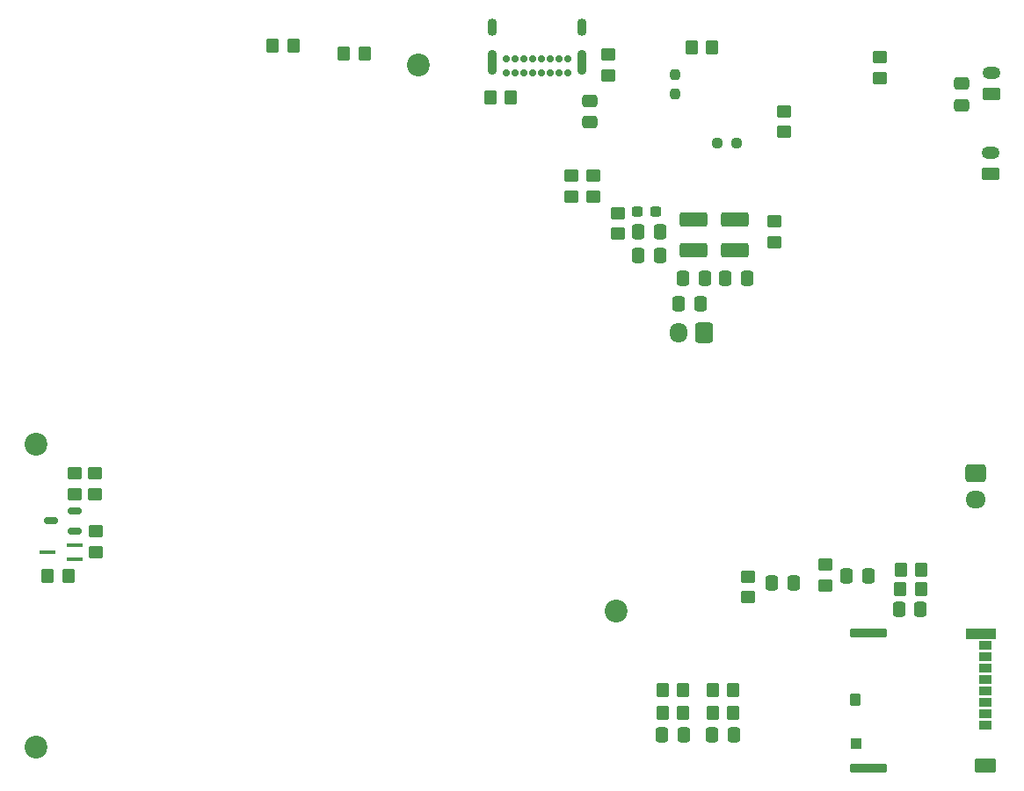
<source format=gbs>
G04 #@! TF.GenerationSoftware,KiCad,Pcbnew,7.0.7*
G04 #@! TF.CreationDate,2023-10-14T22:43:34-04:00*
G04 #@! TF.ProjectId,boardlock,626f6172-646c-46f6-936b-2e6b69636164,rev?*
G04 #@! TF.SameCoordinates,Original*
G04 #@! TF.FileFunction,Soldermask,Bot*
G04 #@! TF.FilePolarity,Negative*
%FSLAX46Y46*%
G04 Gerber Fmt 4.6, Leading zero omitted, Abs format (unit mm)*
G04 Created by KiCad (PCBNEW 7.0.7) date 2023-10-14 22:43:34*
%MOMM*%
%LPD*%
G01*
G04 APERTURE LIST*
G04 Aperture macros list*
%AMRoundRect*
0 Rectangle with rounded corners*
0 $1 Rounding radius*
0 $2 $3 $4 $5 $6 $7 $8 $9 X,Y pos of 4 corners*
0 Add a 4 corners polygon primitive as box body*
4,1,4,$2,$3,$4,$5,$6,$7,$8,$9,$2,$3,0*
0 Add four circle primitives for the rounded corners*
1,1,$1+$1,$2,$3*
1,1,$1+$1,$4,$5*
1,1,$1+$1,$6,$7*
1,1,$1+$1,$8,$9*
0 Add four rect primitives between the rounded corners*
20,1,$1+$1,$2,$3,$4,$5,0*
20,1,$1+$1,$4,$5,$6,$7,0*
20,1,$1+$1,$6,$7,$8,$9,0*
20,1,$1+$1,$8,$9,$2,$3,0*%
G04 Aperture macros list end*
%ADD10RoundRect,0.250000X0.625000X-0.350000X0.625000X0.350000X-0.625000X0.350000X-0.625000X-0.350000X0*%
%ADD11O,1.750000X1.200000*%
%ADD12C,2.200000*%
%ADD13RoundRect,0.250000X-0.725000X0.600000X-0.725000X-0.600000X0.725000X-0.600000X0.725000X0.600000X0*%
%ADD14O,1.950000X1.700000*%
%ADD15RoundRect,0.250000X0.600000X0.725000X-0.600000X0.725000X-0.600000X-0.725000X0.600000X-0.725000X0*%
%ADD16O,1.700000X1.950000*%
%ADD17RoundRect,0.250000X-0.450000X0.350000X-0.450000X-0.350000X0.450000X-0.350000X0.450000X0.350000X0*%
%ADD18RoundRect,0.250000X0.337500X0.475000X-0.337500X0.475000X-0.337500X-0.475000X0.337500X-0.475000X0*%
%ADD19RoundRect,0.250000X0.350000X0.450000X-0.350000X0.450000X-0.350000X-0.450000X0.350000X-0.450000X0*%
%ADD20RoundRect,0.250000X0.450000X-0.350000X0.450000X0.350000X-0.450000X0.350000X-0.450000X-0.350000X0*%
%ADD21RoundRect,0.250000X-0.337500X-0.475000X0.337500X-0.475000X0.337500X0.475000X-0.337500X0.475000X0*%
%ADD22RoundRect,0.250000X-0.475000X0.337500X-0.475000X-0.337500X0.475000X-0.337500X0.475000X0.337500X0*%
%ADD23RoundRect,0.237500X-0.300000X-0.237500X0.300000X-0.237500X0.300000X0.237500X-0.300000X0.237500X0*%
%ADD24RoundRect,0.250000X-0.350000X-0.450000X0.350000X-0.450000X0.350000X0.450000X-0.350000X0.450000X0*%
%ADD25RoundRect,0.237500X0.237500X-0.250000X0.237500X0.250000X-0.237500X0.250000X-0.237500X-0.250000X0*%
%ADD26C,0.700000*%
%ADD27O,0.900000X1.700000*%
%ADD28O,0.900000X2.400000*%
%ADD29RoundRect,0.250001X1.074999X-0.462499X1.074999X0.462499X-1.074999X0.462499X-1.074999X-0.462499X0*%
%ADD30RoundRect,0.076200X0.550000X-0.350000X0.550000X0.350000X-0.550000X0.350000X-0.550000X-0.350000X0*%
%ADD31RoundRect,0.076200X0.465000X-0.450000X0.465000X0.450000X-0.465000X0.450000X-0.465000X-0.450000X0*%
%ADD32RoundRect,0.076200X0.390000X-0.525000X0.390000X0.525000X-0.390000X0.525000X-0.390000X-0.525000X0*%
%ADD33RoundRect,0.076200X0.915000X-0.570000X0.915000X0.570000X-0.915000X0.570000X-0.915000X-0.570000X0*%
%ADD34RoundRect,0.076200X1.400000X-0.430000X1.400000X0.430000X-1.400000X0.430000X-1.400000X-0.430000X0*%
%ADD35RoundRect,0.076200X1.665000X-0.350000X1.665000X0.350000X-1.665000X0.350000X-1.665000X-0.350000X0*%
%ADD36RoundRect,0.250000X0.475000X-0.337500X0.475000X0.337500X-0.475000X0.337500X-0.475000X-0.337500X0*%
%ADD37R,1.500000X0.450000*%
%ADD38RoundRect,0.150000X0.512500X0.150000X-0.512500X0.150000X-0.512500X-0.150000X0.512500X-0.150000X0*%
%ADD39RoundRect,0.237500X-0.250000X-0.237500X0.250000X-0.237500X0.250000X0.237500X-0.250000X0.237500X0*%
G04 APERTURE END LIST*
D10*
X204356800Y-80349600D03*
D11*
X204356800Y-78349600D03*
D12*
X149275800Y-69850000D03*
D10*
X204407600Y-72628000D03*
D11*
X204407600Y-70628000D03*
D12*
X112395000Y-106426000D03*
X168275000Y-122555000D03*
X112395000Y-135636000D03*
D13*
X202946000Y-109240000D03*
D14*
X202946000Y-111740000D03*
D15*
X176784000Y-95656400D03*
D16*
X174284000Y-95656400D03*
D17*
X116160000Y-109250000D03*
X116160000Y-111250000D03*
D18*
X179631500Y-134493000D03*
X177556500Y-134493000D03*
D19*
X158175200Y-73025000D03*
X156175200Y-73025000D03*
D18*
X180869500Y-90424000D03*
X178794500Y-90424000D03*
D20*
X118120000Y-111260000D03*
X118120000Y-109260000D03*
D21*
X195550000Y-122390000D03*
X197625000Y-122390000D03*
D19*
X197647500Y-120440000D03*
X195647500Y-120440000D03*
X197687500Y-118540000D03*
X195687500Y-118540000D03*
D20*
X163957000Y-82534000D03*
X163957000Y-80534000D03*
D21*
X170412500Y-85979000D03*
X172487500Y-85979000D03*
D22*
X201574400Y-71657300D03*
X201574400Y-73732300D03*
D20*
X168426000Y-86159600D03*
X168426000Y-84159600D03*
D23*
X170357500Y-84016600D03*
X172082500Y-84016600D03*
D24*
X135230000Y-67970000D03*
X137230000Y-67970000D03*
D25*
X173990000Y-72667500D03*
X173990000Y-70842500D03*
D18*
X176408500Y-92906600D03*
X174333500Y-92906600D03*
D26*
X157705400Y-70623800D03*
X158555400Y-70623800D03*
X159405400Y-70623800D03*
X160255400Y-70623800D03*
X161105400Y-70623800D03*
X161955400Y-70623800D03*
X162805400Y-70623800D03*
X163655400Y-70623800D03*
X163655400Y-69273800D03*
X162805400Y-69273800D03*
X161955400Y-69273800D03*
X161105400Y-69273800D03*
X160255400Y-69273800D03*
X159405400Y-69273800D03*
X158555400Y-69273800D03*
X157705400Y-69273800D03*
D27*
X156355400Y-66263800D03*
D28*
X156355400Y-69643800D03*
D27*
X165005400Y-66263800D03*
D28*
X165005400Y-69643800D03*
D17*
X183515000Y-84963000D03*
X183515000Y-86963000D03*
D29*
X175768000Y-87720500D03*
X175768000Y-84745500D03*
D21*
X170412500Y-88233000D03*
X172487500Y-88233000D03*
D29*
X179705000Y-87720500D03*
X179705000Y-84745500D03*
D30*
X203897400Y-133545600D03*
X203897400Y-132445600D03*
X203897400Y-131345600D03*
X203897400Y-130245600D03*
X203897400Y-129145600D03*
X203897400Y-128045600D03*
X203897400Y-126945600D03*
X203897400Y-125845600D03*
D31*
X191432400Y-135335600D03*
D32*
X191357400Y-131070600D03*
D33*
X203882400Y-137425600D03*
D34*
X203397400Y-124765600D03*
D35*
X192632400Y-137645600D03*
X192632400Y-124685600D03*
D36*
X165771600Y-75408100D03*
X165771600Y-73333100D03*
D17*
X193675000Y-69104000D03*
X193675000Y-71104000D03*
D24*
X175566200Y-68146900D03*
X177566200Y-68146900D03*
D17*
X188468000Y-118075200D03*
X188468000Y-120075200D03*
D19*
X115530000Y-119120000D03*
X113530000Y-119120000D03*
D37*
X116150000Y-116220000D03*
X116150000Y-117520000D03*
X113490000Y-116870000D03*
D21*
X190512500Y-119130000D03*
X192587500Y-119130000D03*
D38*
X116165000Y-112890000D03*
X116165000Y-114790000D03*
X113890000Y-113840000D03*
D24*
X142050000Y-68760000D03*
X144050000Y-68760000D03*
D21*
X174730500Y-90424000D03*
X176805500Y-90424000D03*
D24*
X177594000Y-130175000D03*
X179594000Y-130175000D03*
D19*
X174752000Y-132334000D03*
X172752000Y-132334000D03*
D24*
X177594000Y-132334000D03*
X179594000Y-132334000D03*
D17*
X181030000Y-119210000D03*
X181030000Y-121210000D03*
D19*
X174752000Y-130175000D03*
X172752000Y-130175000D03*
D21*
X183295000Y-119820000D03*
X185370000Y-119820000D03*
X172714500Y-134493000D03*
X174789500Y-134493000D03*
D39*
X178066700Y-77367100D03*
X179891700Y-77367100D03*
D20*
X167498800Y-70849400D03*
X167498800Y-68849400D03*
D17*
X184465600Y-74335100D03*
X184465600Y-76335100D03*
D20*
X166116000Y-82550000D03*
X166116000Y-80550000D03*
X118180000Y-116860000D03*
X118180000Y-114860000D03*
M02*

</source>
